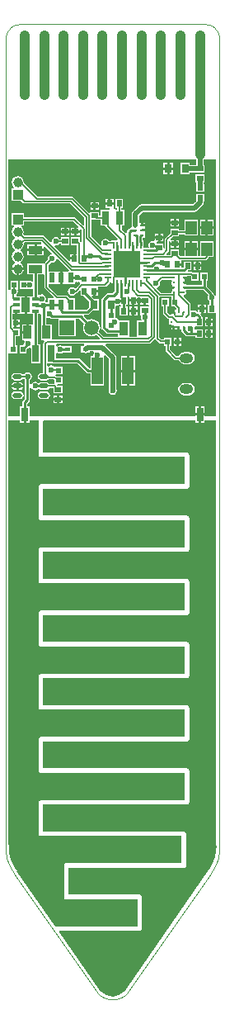
<source format=gtl>
G04*
G04 #@! TF.GenerationSoftware,Altium Limited,Altium Designer,19.1.5 (86)*
G04*
G04 Layer_Physical_Order=1*
G04 Layer_Color=255*
%FSLAX25Y25*%
%MOIN*%
G70*
G01*
G75*
%ADD14C,0.00600*%
%ADD15C,0.00050*%
%ADD44R,0.02756X0.05512*%
%ADD45R,0.01772X0.00984*%
%ADD46R,0.02835X0.03701*%
%ADD47R,0.01968X0.02362*%
%ADD48R,0.11024X0.11024*%
%ADD49R,0.02756X0.01024*%
%ADD50R,0.01024X0.02756*%
%ADD51R,0.02126X0.02520*%
%ADD52R,0.02520X0.02126*%
%ADD53R,0.03543X0.05472*%
%ADD54R,0.02362X0.01968*%
%ADD55C,0.01024*%
%ADD56R,0.01083X0.01083*%
%ADD57R,0.04528X0.05512*%
%ADD58O,0.03937X0.01968*%
%ADD59R,0.04528X0.11024*%
%ADD60R,0.03543X0.05512*%
%ADD61R,0.05512X0.03543*%
%ADD62R,0.02756X0.06693*%
%ADD63R,0.03504X0.06299*%
%ADD64R,0.02756X0.01181*%
%ADD65R,0.02362X0.03937*%
%ADD66R,0.02362X0.01575*%
%ADD67C,0.03937*%
%ADD68C,0.01000*%
%ADD69C,0.02000*%
%ADD70C,0.00500*%
%ADD71C,0.00858*%
%ADD72C,0.03937*%
%ADD73R,0.03937X0.03937*%
%ADD74C,0.05906*%
%ADD75R,0.05906X0.05906*%
%ADD76O,0.05512X0.03937*%
%ADD77C,0.02362*%
G36*
X85327Y284461D02*
X84827Y284310D01*
X84650Y284574D01*
X84197Y284877D01*
Y284894D01*
X84119Y285284D01*
X83898Y285615D01*
X81654Y287860D01*
Y290019D01*
X81953D01*
Y293381D01*
X78984D01*
Y290019D01*
X79615D01*
Y288435D01*
X73253D01*
X73013Y288884D01*
X72069D01*
Y289884D01*
X72951D01*
X72798Y290114D01*
Y290623D01*
X72951Y290853D01*
X72069D01*
Y291853D01*
X73175D01*
X73258Y292001D01*
X73372Y292123D01*
X74955D01*
X75047Y292031D01*
Y290019D01*
X78016D01*
Y293381D01*
X76004D01*
X75870Y293515D01*
X75605Y293692D01*
X75293Y293754D01*
X75293Y293754D01*
X74006D01*
X73753Y294254D01*
X73889Y294440D01*
X75295D01*
Y297960D01*
X72168D01*
Y295882D01*
X71808Y295521D01*
X71031D01*
Y296300D01*
X69468D01*
Y297300D01*
X71031D01*
Y298484D01*
X80900D01*
X80900Y298484D01*
X81212Y298546D01*
X81477Y298723D01*
X82018Y299264D01*
X82018Y299264D01*
X82195Y299529D01*
X82238Y299745D01*
X84205D01*
Y306257D01*
X78677D01*
Y300116D01*
X77905D01*
Y302501D01*
X75142D01*
X72378D01*
Y300116D01*
X70669D01*
X70260Y300525D01*
Y302695D01*
X66740D01*
Y300525D01*
X66731Y300516D01*
X65223D01*
X65031Y300978D01*
X65877Y301823D01*
X65877Y301823D01*
X66054Y302088D01*
X66116Y302400D01*
Y306097D01*
X66240Y306180D01*
X66740Y305913D01*
Y305569D01*
X68000D01*
Y306631D01*
X67141D01*
X66992Y306631D01*
X66785Y307132D01*
X67706Y308053D01*
X67737D01*
X67737Y308053D01*
X67816Y308068D01*
X70260D01*
Y308883D01*
X72378D01*
Y308407D01*
X77905D01*
Y314918D01*
X72378D01*
Y310514D01*
X70260D01*
Y311194D01*
X66740D01*
Y309394D01*
X64723Y307377D01*
X64546Y307112D01*
X64484Y306800D01*
X64484Y306800D01*
Y303191D01*
X64460Y303174D01*
X63960Y303442D01*
Y305194D01*
X61735D01*
X61637Y305214D01*
X61408D01*
X61227Y305537D01*
X61492Y306006D01*
X61700D01*
Y307068D01*
X60440D01*
Y306666D01*
X59940Y306309D01*
X59572Y306382D01*
X58916Y306252D01*
X58360Y305880D01*
X57989Y305324D01*
X57858Y304668D01*
X57989Y304012D01*
X58059Y303907D01*
X57792Y303407D01*
X57013D01*
X56974Y303399D01*
X55761D01*
Y306529D01*
X55562D01*
X55547Y306605D01*
Y307639D01*
X56586D01*
Y309608D01*
Y310100D01*
X55200D01*
Y311100D01*
X56586D01*
Y312069D01*
X55200D01*
Y312568D01*
X54700D01*
Y313561D01*
X54170D01*
Y316508D01*
X55633Y317971D01*
X76500D01*
X77085Y318087D01*
X77581Y318419D01*
X79781Y320619D01*
X80113Y321115D01*
X80229Y321700D01*
Y322247D01*
X80381D01*
Y325216D01*
X78927D01*
X78700Y325261D01*
X78473Y325216D01*
X77019D01*
Y322247D01*
X77019Y322247D01*
X77019D01*
X76724Y321886D01*
X75867Y321029D01*
X55000D01*
X54415Y320913D01*
X53919Y320581D01*
X51560Y318222D01*
X51228Y317726D01*
X51112Y317141D01*
Y312592D01*
X51206Y312120D01*
X50931Y311620D01*
X50900D01*
X50510Y311542D01*
X50179Y311321D01*
X49304Y310446D01*
X49083Y310115D01*
X49006Y309725D01*
Y309601D01*
X48544Y309410D01*
X47116Y310838D01*
Y312344D01*
X48131D01*
Y318856D01*
X46884D01*
Y319640D01*
X47631D01*
Y323160D01*
X44506D01*
Y319640D01*
X45253D01*
Y318856D01*
X44735D01*
X44683Y318983D01*
X44300Y319142D01*
X43698D01*
X43694Y319642D01*
Y320900D01*
X42132D01*
X40569D01*
Y319640D01*
X42297D01*
X42300Y319142D01*
X41917Y318983D01*
X41865Y318856D01*
X38469D01*
Y316484D01*
X37860D01*
Y317994D01*
X34340D01*
Y317767D01*
X33878Y317575D01*
X27577Y323877D01*
X27312Y324054D01*
X27000Y324116D01*
X27000Y324116D01*
X13238D01*
X7490Y329864D01*
X7517Y330000D01*
X7325Y330963D01*
X6780Y331780D01*
X5963Y332325D01*
X5000Y332517D01*
X4037Y332325D01*
X3220Y331780D01*
X2675Y330963D01*
X2483Y330000D01*
X2675Y329037D01*
X3220Y328220D01*
X3597Y327969D01*
X3446Y327468D01*
X2531D01*
Y322532D01*
X6315D01*
X7223Y321623D01*
X7223Y321623D01*
X7488Y321446D01*
X7800Y321384D01*
X7800Y321384D01*
X26162D01*
X31984Y315562D01*
Y312622D01*
X31522Y312431D01*
X28377Y315577D01*
X28112Y315754D01*
X27800Y315816D01*
X27800Y315816D01*
X7468D01*
Y317469D01*
X2531D01*
Y312531D01*
X3446D01*
X3597Y312032D01*
X3220Y311780D01*
X2675Y310963D01*
X2483Y310000D01*
X2675Y309037D01*
X3220Y308220D01*
X3883Y307778D01*
X3897Y307736D01*
Y307263D01*
X3883Y307222D01*
X3220Y306780D01*
X2675Y305963D01*
X2483Y305000D01*
X2675Y304037D01*
X3220Y303220D01*
X3883Y302778D01*
X3897Y302736D01*
Y302263D01*
X3883Y302222D01*
X3220Y301780D01*
X2675Y300963D01*
X2483Y300000D01*
X2675Y299037D01*
X3220Y298220D01*
X3883Y297778D01*
X3897Y297737D01*
Y297264D01*
X3883Y297222D01*
X3220Y296780D01*
X2675Y295963D01*
X2583Y295500D01*
X5000D01*
X7417D01*
X7325Y295963D01*
X6780Y296780D01*
X6117Y297222D01*
X6103Y297264D01*
Y297737D01*
X6117Y297778D01*
X6780Y298220D01*
X7325Y299037D01*
X7517Y300000D01*
X7325Y300963D01*
X6780Y301780D01*
X6117Y302222D01*
X6103Y302263D01*
Y302736D01*
X6117Y302778D01*
X6780Y303220D01*
X7325Y304037D01*
X7517Y305000D01*
X7457Y305302D01*
X7795Y305684D01*
X14333D01*
X14594Y305364D01*
X14397Y304910D01*
X12700D01*
Y303139D01*
X15456D01*
Y303937D01*
X15918Y304129D01*
X18752Y301294D01*
X18587Y300752D01*
X18244Y300684D01*
X17688Y300312D01*
X17316Y299756D01*
X17186Y299100D01*
X17262Y298716D01*
X16023Y297477D01*
X15919Y297321D01*
X15456Y297233D01*
X15451Y297233D01*
X8944D01*
Y292690D01*
X11166D01*
Y290143D01*
X10666Y289876D01*
X10356Y290084D01*
X9700Y290214D01*
X9453Y290165D01*
X8953Y290281D01*
Y290281D01*
X8953Y290281D01*
X5984D01*
Y286919D01*
X8953D01*
X8953Y286919D01*
X9421Y286842D01*
X9700Y286786D01*
X10356Y286916D01*
X10666Y287124D01*
X11166Y286857D01*
Y283986D01*
X8768D01*
Y280337D01*
Y276687D01*
X10308D01*
Y276687D01*
X11198D01*
Y272656D01*
X9461D01*
Y269400D01*
X8961D01*
Y268900D01*
X6690D01*
Y266144D01*
X7552D01*
X7819Y265644D01*
X7608Y265327D01*
X7477Y264671D01*
X7044Y264330D01*
X5684D01*
Y260967D01*
X8653D01*
Y262655D01*
X9029Y262990D01*
X9191Y262957D01*
X9847Y263088D01*
X9932Y263144D01*
X10372Y262908D01*
Y256954D01*
X14128D01*
Y264647D01*
X13238D01*
Y276687D01*
X14064D01*
X14480Y276486D01*
Y272656D01*
X14367D01*
Y266144D01*
X15637D01*
X15829Y265682D01*
X15523Y265377D01*
X15346Y265112D01*
X15284Y264800D01*
X15284Y264800D01*
Y252938D01*
X14577D01*
X13998Y252823D01*
X13507Y252495D01*
X13179Y252004D01*
X13064Y251425D01*
X13179Y250846D01*
X13507Y250355D01*
X13998Y250027D01*
X14577Y249912D01*
X16546D01*
X17125Y250027D01*
X17616Y250355D01*
X17702Y250484D01*
X19254D01*
X19698Y250041D01*
X19698Y248547D01*
X19217Y248500D01*
X17786D01*
X17616Y248755D01*
X17125Y249083D01*
X16546Y249198D01*
X14577D01*
X13998Y249083D01*
X13507Y248755D01*
X13071Y249003D01*
X12674Y249268D01*
X12018Y249399D01*
X11362Y249268D01*
X10806Y248897D01*
X10482Y248412D01*
X10188Y248425D01*
X9982Y248495D01*
Y250134D01*
X10212Y250288D01*
X10584Y250844D01*
X10714Y251500D01*
X10584Y252156D01*
X10212Y252712D01*
X9656Y253084D01*
X9000Y253214D01*
X8344Y253084D01*
X7788Y252712D01*
X7578Y252398D01*
X7051D01*
X6986Y252495D01*
X6495Y252823D01*
X5916Y252938D01*
X3947D01*
X3368Y252823D01*
X2877Y252495D01*
X2549Y252004D01*
X2434Y251425D01*
X2549Y250846D01*
X2877Y250355D01*
X3368Y250027D01*
X3947Y249912D01*
X5916D01*
X6495Y250027D01*
X6986Y250355D01*
X7101Y250527D01*
X7585D01*
X7724Y250383D01*
X7788Y250288D01*
X7869Y250234D01*
X7943Y250158D01*
Y242585D01*
X7153Y241795D01*
X6932Y241464D01*
X6854Y241074D01*
Y239476D01*
X5996D01*
Y235625D01*
X1313D01*
Y260810D01*
X1747Y260967D01*
Y260967D01*
X4716D01*
Y264330D01*
X4231D01*
Y267716D01*
X5781D01*
Y270685D01*
X3572D01*
X3104Y271153D01*
X3311Y271653D01*
X3600D01*
Y273138D01*
Y274622D01*
X2916D01*
Y276687D01*
X3851D01*
Y277778D01*
X4851D01*
Y276687D01*
X6229D01*
Y276687D01*
X7768D01*
Y280337D01*
Y283986D01*
X4611D01*
X4460Y284486D01*
X4612Y284588D01*
X4984Y285144D01*
X5114Y285800D01*
X4991Y286419D01*
X5016Y286919D01*
X5016Y286919D01*
X5016Y286919D01*
Y290281D01*
X2047D01*
Y286919D01*
X2047Y286919D01*
X2047D01*
X1846Y286500D01*
X1816Y286456D01*
X1813Y286437D01*
X1313Y286486D01*
Y339159D01*
X77191D01*
Y336963D01*
X76940D01*
Y336929D01*
X74642D01*
Y337750D01*
X70808D01*
Y333050D01*
X74642D01*
Y333871D01*
X76940D01*
Y333837D01*
X80460D01*
Y336963D01*
X80250D01*
Y339159D01*
X85327D01*
Y284461D01*
D02*
G37*
G36*
X36863Y314853D02*
X36863Y314853D01*
X38469D01*
Y312344D01*
X40167D01*
X40609Y312175D01*
X40672Y311863D01*
X40848Y311598D01*
X45417Y307029D01*
X45210Y306529D01*
X42714D01*
Y306153D01*
X41955D01*
X41690Y306549D01*
X41134Y306921D01*
X40478Y307051D01*
X39822Y306921D01*
X39266Y306549D01*
X38894Y305993D01*
X38764Y305337D01*
X38860Y304857D01*
X38399Y304610D01*
X34716Y308294D01*
Y314868D01*
X36784D01*
X36863Y314853D01*
D02*
G37*
G36*
X29553Y312093D02*
X29362Y311631D01*
X28800D01*
Y310568D01*
X30060D01*
Y310933D01*
X30522Y311125D01*
X30884Y310762D01*
Y305814D01*
X30430Y305676D01*
X30060Y305994D01*
Y307695D01*
X26540D01*
Y304569D01*
X28984D01*
Y300960D01*
X28332D01*
Y299200D01*
X27832D01*
Y298700D01*
X26269D01*
Y298338D01*
X25807Y298147D01*
X19997Y303956D01*
X20244Y304417D01*
X20400Y304386D01*
X21056Y304516D01*
X21612Y304888D01*
X21877Y305284D01*
X22440D01*
Y304569D01*
X25960D01*
Y307695D01*
X22440D01*
Y306916D01*
X21877D01*
X21612Y307312D01*
X21056Y307684D01*
X20400Y307814D01*
X19744Y307684D01*
X19188Y307312D01*
X18816Y306756D01*
X18686Y306100D01*
X18717Y305944D01*
X18256Y305697D01*
X15777Y308177D01*
X15512Y308354D01*
X15200Y308416D01*
X15200Y308416D01*
X7738D01*
X7242Y308912D01*
X7325Y309037D01*
X7517Y310000D01*
X7325Y310963D01*
X6780Y311780D01*
X6403Y312032D01*
X6555Y312531D01*
X7468D01*
Y314184D01*
X27462D01*
X29553Y312093D01*
D02*
G37*
G36*
X25665Y294382D02*
X25458Y293882D01*
X24781D01*
X24659Y293882D01*
X24281D01*
X24159Y293882D01*
X23100D01*
Y291413D01*
Y288945D01*
X24159D01*
X24281Y288945D01*
X24659D01*
X24781Y288945D01*
X28021D01*
Y289593D01*
X28462Y289829D01*
X28542Y289776D01*
X29197Y289645D01*
X29853Y289776D01*
X30194Y289442D01*
X30280Y289063D01*
X30138Y288814D01*
X28416Y287092D01*
X28212Y287112D01*
X27656Y287484D01*
X27000Y287614D01*
X26344Y287484D01*
X25788Y287112D01*
X25416Y286556D01*
X25286Y285900D01*
X25416Y285244D01*
X25788Y284688D01*
X26344Y284316D01*
X27000Y284186D01*
X27656Y284316D01*
X28212Y284688D01*
X28492Y285107D01*
X28689Y285146D01*
X28954Y285323D01*
X29907Y286276D01*
X30369Y286084D01*
Y284240D01*
X31618D01*
X33957Y281901D01*
Y279591D01*
X32785Y278420D01*
X28021D01*
Y283055D01*
X26150D01*
X26036Y283226D01*
X26036Y283226D01*
X25186Y284077D01*
X24921Y284254D01*
X24609Y284316D01*
X24609Y284316D01*
X21038D01*
X17416Y287938D01*
Y288945D01*
X20419D01*
X20541Y288945D01*
X20919D01*
X21041Y288945D01*
X22100D01*
Y291413D01*
Y293882D01*
X21041D01*
X20919Y293882D01*
X20541D01*
X20419Y293882D01*
X17416D01*
Y296562D01*
X18349Y297496D01*
X18900Y297386D01*
X19556Y297516D01*
X20112Y297888D01*
X20484Y298444D01*
X20552Y298787D01*
X21094Y298952D01*
X25665Y294382D01*
D02*
G37*
G36*
X42714Y289448D02*
Y287222D01*
X43226D01*
Y289100D01*
X44226D01*
Y287222D01*
X44280D01*
Y286022D01*
X43378Y285120D01*
X41497D01*
X41107Y285042D01*
X40776Y284821D01*
X39179Y283224D01*
X38958Y282893D01*
X38880Y282503D01*
Y271300D01*
X38958Y270910D01*
X39179Y270579D01*
X40050Y269708D01*
X40079Y269665D01*
X40665Y269079D01*
X40996Y268858D01*
X41386Y268780D01*
X45570D01*
Y267564D01*
X45090Y267516D01*
X39838D01*
X37863Y269490D01*
X37916Y269559D01*
X38264Y270399D01*
X38383Y271300D01*
X38264Y272201D01*
X37916Y273041D01*
X37363Y273762D01*
X36641Y274316D01*
X35801Y274664D01*
X34900Y274782D01*
X33999Y274664D01*
X33277Y274365D01*
X31723Y275919D01*
X31915Y276380D01*
X33208D01*
X33598Y276458D01*
X33929Y276679D01*
X35399Y278150D01*
X37792D01*
Y282850D01*
X35892D01*
X34964Y283778D01*
X35155Y284240D01*
X35368D01*
Y286000D01*
X35868D01*
Y286500D01*
X37431D01*
Y287684D01*
X40145D01*
X40145Y287684D01*
X40457Y287746D01*
X40722Y287923D01*
X42039Y289240D01*
X42039Y289240D01*
X42216Y289505D01*
X42714Y289448D01*
D02*
G37*
G36*
X67264Y290333D02*
X67351Y290037D01*
X67178Y289779D01*
X67100Y289384D01*
X67178Y288989D01*
X67402Y288655D01*
Y288145D01*
X67249Y287916D01*
X68132D01*
Y286916D01*
X67249D01*
X67402Y286686D01*
Y286177D01*
X67178Y285842D01*
X67100Y285447D01*
X66993Y285317D01*
X62937D01*
X61171Y287083D01*
X61335Y287625D01*
X61556Y287669D01*
X62112Y288041D01*
X62484Y288597D01*
X62614Y289253D01*
X62521Y289720D01*
X63338Y290537D01*
X67136D01*
X67264Y290333D01*
D02*
G37*
G36*
X15456Y292690D02*
X15784Y292326D01*
Y287600D01*
X15784Y287600D01*
X15846Y287288D01*
X16023Y287023D01*
X19529Y283517D01*
X19338Y283055D01*
X17179D01*
Y281606D01*
X16421D01*
X16156Y281784D01*
X16061Y282012D01*
X16284Y282344D01*
X16414Y283000D01*
X16284Y283656D01*
X15912Y284212D01*
X15356Y284584D01*
X14700Y284714D01*
X14044Y284584D01*
X13705Y284357D01*
X13205Y284620D01*
Y292690D01*
X15456D01*
D02*
G37*
G36*
X82158Y284472D02*
Y284472D01*
X81854Y284018D01*
X81724Y283362D01*
X81854Y282706D01*
X82226Y282150D01*
X82423Y282018D01*
Y280660D01*
X81884D01*
Y277140D01*
X85010D01*
X85327Y276771D01*
Y235625D01*
X80618D01*
Y235720D01*
X79240D01*
Y232965D01*
X80618D01*
Y233900D01*
X85327D01*
Y62227D01*
X85338Y62172D01*
X85184Y59827D01*
X84715Y57468D01*
X83942Y55190D01*
X82878Y53033D01*
X81987Y51700D01*
X81987Y51700D01*
X81987Y51700D01*
X81992Y51672D01*
X48707Y4136D01*
X48702Y4139D01*
X47976Y3255D01*
X46981Y2438D01*
X45846Y1831D01*
X44614Y1457D01*
X43332Y1331D01*
X42051Y1457D01*
X40819Y1831D01*
X39683Y2438D01*
X38688Y3255D01*
X37962Y4139D01*
X37957Y4136D01*
X21724Y27319D01*
X21955Y27763D01*
X54343D01*
X54692Y27832D01*
X54987Y28030D01*
X55185Y28325D01*
X55254Y28674D01*
Y41426D01*
X55185Y41774D01*
X54987Y42070D01*
X54692Y42268D01*
X54343Y42337D01*
X25521D01*
Y53266D01*
X72201D01*
X72549Y53336D01*
X72845Y53533D01*
X73043Y53829D01*
X73112Y54177D01*
Y66929D01*
X73043Y67278D01*
X72845Y67573D01*
X72549Y67771D01*
X72201Y67840D01*
X15325D01*
Y78770D01*
X73469D01*
X73817Y78839D01*
X74113Y79036D01*
X74310Y79332D01*
X74380Y79681D01*
Y92432D01*
X74310Y92781D01*
X74113Y93077D01*
X73817Y93274D01*
X73469Y93344D01*
X15325D01*
Y104273D01*
X73469D01*
X73817Y104342D01*
X74113Y104540D01*
X74310Y104835D01*
X74380Y105184D01*
Y117936D01*
X74310Y118285D01*
X74113Y118580D01*
X73817Y118778D01*
X73469Y118847D01*
X15325D01*
Y129776D01*
X73469D01*
X73817Y129846D01*
X74113Y130043D01*
X74310Y130339D01*
X74380Y130688D01*
Y143439D01*
X74310Y143788D01*
X74113Y144084D01*
X73817Y144281D01*
X73469Y144351D01*
X15325D01*
Y155280D01*
X73469D01*
X73817Y155349D01*
X74113Y155547D01*
X74310Y155842D01*
X74380Y156191D01*
Y168943D01*
X74310Y169291D01*
X74113Y169587D01*
X73817Y169784D01*
X73469Y169854D01*
X15325D01*
Y180783D01*
X73469D01*
X73817Y180852D01*
X74113Y181050D01*
X74310Y181346D01*
X74380Y181694D01*
Y194446D01*
X74310Y194795D01*
X74113Y195090D01*
X73817Y195288D01*
X73469Y195357D01*
X15325D01*
Y206287D01*
X73469D01*
X73817Y206356D01*
X74113Y206553D01*
X74310Y206849D01*
X74380Y207198D01*
Y219949D01*
X74310Y220298D01*
X74113Y220594D01*
X73817Y220791D01*
X73469Y220861D01*
X15325D01*
Y233400D01*
X15795Y233900D01*
X76862Y233900D01*
Y232965D01*
X78240D01*
Y235720D01*
X76862D01*
Y235625D01*
X9752D01*
Y239476D01*
X8894D01*
Y240652D01*
X9683Y241441D01*
X9904Y241772D01*
X9982Y242162D01*
Y246875D01*
X10188Y246945D01*
X10482Y246958D01*
X10806Y246473D01*
X11362Y246101D01*
X12018Y245971D01*
X12674Y246101D01*
X13071Y246367D01*
X13507Y246615D01*
X13998Y246287D01*
X14577Y246171D01*
X16546D01*
X17125Y246287D01*
X17616Y246615D01*
X17786Y246869D01*
X19540D01*
Y244706D01*
X23060D01*
Y247832D01*
X21112D01*
X20950Y248047D01*
X21199Y248547D01*
X23060D01*
Y251516D01*
X20838D01*
X20477Y251877D01*
X20316Y251984D01*
X20415Y252484D01*
X23060D01*
Y255453D01*
X19782D01*
X19726Y255537D01*
X19170Y255908D01*
X18514Y256039D01*
X17858Y255908D01*
X17416Y255612D01*
X17022Y255752D01*
X16916Y255834D01*
Y256954D01*
X19329D01*
X19428Y256934D01*
X28860D01*
X32715Y253079D01*
X33045Y252858D01*
X33435Y252780D01*
X34435D01*
Y247788D01*
X39963D01*
Y259767D01*
X40348Y260089D01*
X41871Y258566D01*
Y246537D01*
X41816Y246456D01*
X41686Y245800D01*
X41816Y245144D01*
X42188Y244588D01*
X42744Y244216D01*
X43400Y244086D01*
X44056Y244216D01*
X44612Y244588D01*
X44984Y245144D01*
X45114Y245800D01*
X44984Y246456D01*
X44929Y246537D01*
Y259200D01*
X44813Y259785D01*
X44482Y260281D01*
X40479Y264284D01*
X40583Y264665D01*
X40668Y264784D01*
X58300D01*
X58300Y264784D01*
X58612Y264846D01*
X58877Y265023D01*
X60244Y266390D01*
X60823Y266423D01*
X62123Y265123D01*
X62123Y265123D01*
X62388Y264946D01*
X62700Y264884D01*
X62700Y264884D01*
X64147D01*
Y263819D01*
X64884D01*
Y262100D01*
X64884Y262100D01*
X64946Y261788D01*
X65123Y261523D01*
X68224Y258422D01*
X68489Y258246D01*
X68801Y258184D01*
X68801Y258184D01*
X70158D01*
X70187Y258036D01*
X70733Y257220D01*
X71549Y256674D01*
X72513Y256482D01*
X74087D01*
X75051Y256674D01*
X75867Y257220D01*
X76413Y258036D01*
X76604Y258999D01*
X76413Y259962D01*
X75867Y260779D01*
X75051Y261325D01*
X74087Y261516D01*
X72513D01*
X71549Y261325D01*
X70733Y260779D01*
X70187Y259962D01*
X70158Y259815D01*
X69139D01*
X66516Y262438D01*
Y263819D01*
X67116D01*
Y267181D01*
X64147D01*
Y266516D01*
X63038D01*
X62216Y267338D01*
Y283252D01*
X62599Y283685D01*
X62599Y283685D01*
X67316D01*
Y283081D01*
X67084D01*
Y279719D01*
X68553D01*
X69278Y278994D01*
X69269Y278494D01*
X68632D01*
Y277453D01*
X68132D01*
Y276953D01*
X67090D01*
Y276526D01*
X66370D01*
X65447Y277448D01*
Y279719D01*
X66116D01*
Y283081D01*
X63147D01*
Y279719D01*
X63816D01*
Y277111D01*
X63816Y277111D01*
X63878Y276798D01*
X64055Y276534D01*
X65681Y274907D01*
X65681Y274907D01*
X65946Y274731D01*
X66057Y274709D01*
Y272474D01*
X67090D01*
Y272047D01*
X68132D01*
Y271547D01*
X68632D01*
Y270506D01*
X69600D01*
Y271547D01*
X70600D01*
Y270506D01*
X71090D01*
Y270090D01*
X71168Y269700D01*
X71389Y269369D01*
X72679Y268079D01*
X73010Y267858D01*
X73400Y267780D01*
X76768D01*
Y267040D01*
X79895D01*
Y270560D01*
X76936D01*
X76504Y270950D01*
X76514Y271000D01*
X76417Y271486D01*
X76814Y271839D01*
X76818Y271840D01*
X79895D01*
Y275360D01*
X79351D01*
Y275768D01*
X79273Y276159D01*
X79052Y276489D01*
X78864Y276678D01*
X79010Y277032D01*
Y278400D01*
X77947D01*
Y277811D01*
X77447Y277659D01*
X77412Y277712D01*
X76856Y278084D01*
X76200Y278214D01*
X75544Y278084D01*
X75433Y278010D01*
X74933Y278277D01*
Y280598D01*
X74933Y280598D01*
X74871Y280910D01*
X74695Y281175D01*
X71937Y283932D01*
X72006Y284187D01*
X72145Y284431D01*
X72463Y284494D01*
X72798Y284718D01*
X73022Y285052D01*
X73100Y285447D01*
X73022Y285842D01*
X72985Y285896D01*
X73253Y286396D01*
X80234D01*
X82158Y284472D01*
D02*
G37*
G36*
X50255Y283653D02*
Y282819D01*
X51818D01*
X53381D01*
Y283267D01*
X53646Y283484D01*
X54640D01*
Y282668D01*
X56400D01*
Y282169D01*
X56900D01*
Y280606D01*
X57995D01*
X58225Y280200D01*
X57995Y279795D01*
X54640D01*
Y276669D01*
X54640D01*
X54872Y276235D01*
X54816Y276151D01*
X54686Y275496D01*
X54816Y274840D01*
X55019Y274536D01*
X54752Y274036D01*
X53287D01*
Y267564D01*
X52807Y267516D01*
X50594D01*
X50113Y267564D01*
Y274036D01*
X45907D01*
X45884Y274156D01*
X45512Y274712D01*
X44956Y275084D01*
X44381Y275198D01*
Y277653D01*
X44381D01*
X44389Y278150D01*
X44642D01*
Y279929D01*
X45142Y280337D01*
X45400Y280286D01*
X45729Y280351D01*
X45891Y280384D01*
X45891Y280384D01*
X46056Y280416D01*
X46192Y280507D01*
X46362Y280526D01*
X46861Y280146D01*
Y279679D01*
X46318D01*
Y276159D01*
X49444D01*
Y279679D01*
X48901D01*
Y280559D01*
X49444D01*
Y283757D01*
X49820Y283939D01*
X50255Y283653D01*
D02*
G37*
G36*
X17157Y275216D02*
X17813Y275086D01*
X18040Y275131D01*
X18092Y275079D01*
X18422Y274858D01*
X18813Y274780D01*
X20959D01*
X21447Y274753D01*
X21447Y274280D01*
Y267847D01*
X28353D01*
X28353Y274753D01*
X28841Y274780D01*
X29978D01*
X31835Y272923D01*
X31536Y272201D01*
X31418Y271300D01*
X31536Y270399D01*
X31884Y269559D01*
X32438Y268837D01*
X33159Y268284D01*
X33999Y267936D01*
X34900Y267817D01*
X35801Y267936D01*
X36641Y268284D01*
X36710Y268337D01*
X38169Y266878D01*
X37977Y266416D01*
X18910D01*
Y272656D01*
X16520D01*
Y275041D01*
X17020Y275308D01*
X17157Y275216D01*
D02*
G37*
G36*
X31829Y264665D02*
X31933Y264284D01*
X31436Y263787D01*
X30662D01*
Y261213D01*
X31570D01*
X31758Y261087D01*
X32343Y260971D01*
X32929Y261087D01*
X33116Y261213D01*
X34024D01*
Y261771D01*
X35619D01*
X35886Y261271D01*
X35673Y260952D01*
X35543Y260296D01*
X35562Y260198D01*
X35245Y259812D01*
X34435D01*
Y254820D01*
X33858D01*
X30003Y258675D01*
X29672Y258895D01*
X29282Y258973D01*
X20428D01*
Y260977D01*
X20730Y261116D01*
X20928Y261162D01*
X21444Y260816D01*
X22100Y260686D01*
X22756Y260816D01*
X23116Y261057D01*
X23576Y261212D01*
X23576Y261212D01*
X23576Y261212D01*
X26938D01*
Y263787D01*
X23576D01*
X23576Y263787D01*
X23076Y263770D01*
X22756Y263984D01*
X22100Y264114D01*
X21444Y263984D01*
X20928Y263638D01*
X20730Y263684D01*
X20428Y263823D01*
Y264646D01*
X20870Y264784D01*
X31744D01*
X31829Y264665D01*
D02*
G37*
G36*
X8374Y232965D02*
X9752D01*
Y233900D01*
X13444D01*
X13502Y233829D01*
Y219949D01*
X13572Y219601D01*
X13769Y219305D01*
X14065Y219108D01*
X14413Y219038D01*
X72557D01*
Y208109D01*
X14413D01*
X14065Y208039D01*
X13769Y207842D01*
X13572Y207546D01*
X13502Y207198D01*
Y194446D01*
X13572Y194097D01*
X13769Y193802D01*
X14065Y193604D01*
X14413Y193535D01*
X72557D01*
Y182606D01*
X14413D01*
X14065Y182536D01*
X13769Y182339D01*
X13572Y182043D01*
X13502Y181694D01*
Y168943D01*
X13572Y168594D01*
X13769Y168298D01*
X14065Y168101D01*
X14413Y168031D01*
X72557D01*
Y157102D01*
X14413D01*
X14065Y157033D01*
X13769Y156835D01*
X13572Y156540D01*
X13502Y156191D01*
Y143439D01*
X13572Y143091D01*
X13769Y142795D01*
X14065Y142597D01*
X14413Y142528D01*
X72557D01*
Y131599D01*
X14413D01*
X14065Y131529D01*
X13769Y131332D01*
X13572Y131036D01*
X13502Y130688D01*
Y117936D01*
X13572Y117587D01*
X13769Y117292D01*
X14065Y117094D01*
X14413Y117025D01*
X72557D01*
Y106095D01*
X14413D01*
X14065Y106026D01*
X13769Y105828D01*
X13572Y105533D01*
X13502Y105184D01*
Y92432D01*
X13572Y92084D01*
X13769Y91788D01*
X14065Y91591D01*
X14413Y91521D01*
X72557D01*
Y80592D01*
X14413D01*
X14065Y80523D01*
X13769Y80325D01*
X13572Y80029D01*
X13502Y79681D01*
Y66929D01*
X13572Y66580D01*
X13769Y66285D01*
X14065Y66087D01*
X14413Y66018D01*
X71289D01*
Y55089D01*
X24610D01*
X24261Y55019D01*
X23966Y54822D01*
X23768Y54526D01*
X23699Y54177D01*
Y41426D01*
X23768Y41077D01*
X23966Y40781D01*
X24261Y40584D01*
X24610Y40515D01*
X53432D01*
Y29585D01*
X20562D01*
X20213Y29516D01*
X20195Y29503D01*
X4660Y51689D01*
X4677Y51700D01*
X3786Y53033D01*
X2723Y55190D01*
X1949Y57468D01*
X1480Y59827D01*
X1355Y61734D01*
X1338Y62227D01*
D01*
X1338Y62227D01*
X1313Y62716D01*
Y233900D01*
X5996D01*
Y232965D01*
X7374D01*
Y236221D01*
X8374D01*
Y232965D01*
D02*
G37*
%LPC*%
G36*
X67792Y337750D02*
X66375D01*
Y335900D01*
X67792D01*
Y337750D01*
D02*
G37*
G36*
X65375D02*
X63958D01*
Y335900D01*
X65375D01*
Y337750D01*
D02*
G37*
G36*
X67792Y334900D02*
X66375D01*
Y333050D01*
X67792D01*
Y334900D01*
D02*
G37*
G36*
X65375D02*
X63958D01*
Y333050D01*
X65375D01*
Y334900D01*
D02*
G37*
G36*
X80460Y333026D02*
X76940D01*
Y329900D01*
X77171D01*
Y329153D01*
X77019D01*
Y326184D01*
X78473D01*
X78700Y326139D01*
X78927Y326184D01*
X80381D01*
Y329153D01*
X80229D01*
Y329900D01*
X80460D01*
Y333026D01*
D02*
G37*
G36*
X43694Y323160D02*
X42632D01*
Y321900D01*
X43694D01*
Y323160D01*
D02*
G37*
G36*
X41631D02*
X40569D01*
Y321900D01*
X41631D01*
Y323160D01*
D02*
G37*
G36*
X37860Y321932D02*
X36600D01*
Y320868D01*
X37860D01*
Y321932D01*
D02*
G37*
G36*
X35600D02*
X34340D01*
Y320868D01*
X35600D01*
Y321932D01*
D02*
G37*
G36*
X37860Y319868D02*
X36600D01*
Y318806D01*
X37860D01*
Y319868D01*
D02*
G37*
G36*
X35600D02*
X34340D01*
Y318806D01*
X35600D01*
Y319868D01*
D02*
G37*
G36*
X70260Y315131D02*
X69000D01*
Y314069D01*
X70260D01*
Y315131D01*
D02*
G37*
G36*
X68000D02*
X66740D01*
Y314069D01*
X68000D01*
Y315131D01*
D02*
G37*
G36*
X56586Y313561D02*
X55700D01*
Y313069D01*
X56586D01*
Y313561D01*
D02*
G37*
G36*
X84205Y314918D02*
X81941D01*
Y312162D01*
X84205D01*
Y314918D01*
D02*
G37*
G36*
X80941D02*
X78677D01*
Y312162D01*
X80941D01*
Y314918D01*
D02*
G37*
G36*
X70260Y313069D02*
X69000D01*
Y312005D01*
X70260D01*
Y313069D01*
D02*
G37*
G36*
X68000D02*
X66740D01*
Y312005D01*
X68000D01*
Y313069D01*
D02*
G37*
G36*
X84205Y311162D02*
X81941D01*
Y308407D01*
X84205D01*
Y311162D01*
D02*
G37*
G36*
X80941D02*
X78677D01*
Y308407D01*
X80941D01*
Y311162D01*
D02*
G37*
G36*
X63960Y309132D02*
X62700D01*
Y308068D01*
X63960D01*
Y309132D01*
D02*
G37*
G36*
X61700D02*
X60440D01*
Y308068D01*
X61700D01*
Y309132D01*
D02*
G37*
G36*
X63960Y307068D02*
X62700D01*
Y306006D01*
X63960D01*
Y307068D01*
D02*
G37*
G36*
X69000Y306631D02*
Y305569D01*
X70260D01*
Y306631D01*
X69000D01*
D02*
G37*
G36*
X70260Y304569D02*
X69000D01*
Y303505D01*
X70260D01*
Y304569D01*
D02*
G37*
G36*
X68000D02*
X66740D01*
Y303505D01*
X68000D01*
Y304569D01*
D02*
G37*
G36*
X77905Y306257D02*
X75642D01*
Y303501D01*
X77905D01*
Y306257D01*
D02*
G37*
G36*
X74642D02*
X72378D01*
Y303501D01*
X74642D01*
Y306257D01*
D02*
G37*
G36*
X11700Y304910D02*
X8944D01*
Y303139D01*
X11700D01*
Y304910D01*
D02*
G37*
G36*
X15456Y302139D02*
X12700D01*
Y300367D01*
X15456D01*
Y302139D01*
D02*
G37*
G36*
X11700D02*
X8944D01*
Y300367D01*
X11700D01*
Y302139D01*
D02*
G37*
G36*
X79232Y297960D02*
X78168D01*
Y296700D01*
X79232D01*
Y297960D01*
D02*
G37*
G36*
X77169D02*
X76105D01*
Y296700D01*
X77169D01*
Y297960D01*
D02*
G37*
G36*
X79232Y295700D02*
X78168D01*
Y294440D01*
X79232D01*
Y295700D01*
D02*
G37*
G36*
X77169D02*
X76105D01*
Y294440D01*
X77169D01*
Y295700D01*
D02*
G37*
G36*
X7417Y294500D02*
X5500D01*
Y292583D01*
X5963Y292675D01*
X6780Y293220D01*
X7325Y294037D01*
X7417Y294500D01*
D02*
G37*
G36*
X4500D02*
X2583D01*
X2675Y294037D01*
X3220Y293220D01*
X4037Y292675D01*
X4500Y292583D01*
Y294500D01*
D02*
G37*
G36*
X5781Y274622D02*
X4600D01*
Y273638D01*
X5781D01*
Y274622D01*
D02*
G37*
G36*
Y272638D02*
X4600D01*
Y271653D01*
X5781D01*
Y272638D01*
D02*
G37*
G36*
X8461Y272656D02*
X6690D01*
Y269900D01*
X8461D01*
Y272656D01*
D02*
G37*
G36*
X5916Y249198D02*
X5432D01*
Y248185D01*
X7330D01*
X7314Y248264D01*
X6986Y248755D01*
X6495Y249083D01*
X5916Y249198D01*
D02*
G37*
G36*
X4431D02*
X3947D01*
X3368Y249083D01*
X2877Y248755D01*
X2549Y248264D01*
X2533Y248185D01*
X4431D01*
Y249198D01*
D02*
G37*
G36*
X7330Y247185D02*
X5432D01*
Y246171D01*
X5916D01*
X6495Y246287D01*
X6986Y246615D01*
X7314Y247106D01*
X7330Y247185D01*
D02*
G37*
G36*
X4431D02*
X2533D01*
X2549Y247106D01*
X2877Y246615D01*
X3368Y246287D01*
X3947Y246171D01*
X4431D01*
Y247185D01*
D02*
G37*
G36*
X5916Y245458D02*
X3947D01*
X3368Y245343D01*
X2877Y245015D01*
X2549Y244524D01*
X2434Y243945D01*
X2549Y243366D01*
X2877Y242875D01*
X3368Y242547D01*
X3947Y242431D01*
X5916D01*
X6495Y242547D01*
X6986Y242875D01*
X7314Y243366D01*
X7429Y243945D01*
X7314Y244524D01*
X6986Y245015D01*
X6495Y245343D01*
X5916Y245458D01*
D02*
G37*
G36*
X25960Y311631D02*
X24700D01*
Y310568D01*
X25960D01*
Y311631D01*
D02*
G37*
G36*
X23700D02*
X22440D01*
Y310568D01*
X23700D01*
Y311631D01*
D02*
G37*
G36*
X27800D02*
X26540D01*
Y310568D01*
X27800D01*
Y311631D01*
D02*
G37*
G36*
X30060Y309569D02*
X28800D01*
Y308506D01*
X30060D01*
Y309569D01*
D02*
G37*
G36*
X27800D02*
X26540D01*
Y308506D01*
X27800D01*
Y309569D01*
D02*
G37*
G36*
X25960Y309569D02*
X24700D01*
Y308506D01*
X25960D01*
Y309569D01*
D02*
G37*
G36*
X23700D02*
X22440D01*
Y308506D01*
X23700D01*
Y309569D01*
D02*
G37*
G36*
X27332Y300960D02*
X26269D01*
Y299700D01*
X27332D01*
Y300960D01*
D02*
G37*
G36*
X37431Y285500D02*
X36369D01*
Y284240D01*
X37431D01*
Y285500D01*
D02*
G37*
G36*
X81073Y280660D02*
X80010D01*
Y279400D01*
X81073D01*
Y280660D01*
D02*
G37*
G36*
X79010D02*
X77947D01*
Y279400D01*
X79010D01*
Y280660D01*
D02*
G37*
G36*
X67632Y278494D02*
X67090D01*
Y277953D01*
X67632D01*
Y278494D01*
D02*
G37*
G36*
X81073Y278400D02*
X80010D01*
Y277140D01*
X81073D01*
Y278400D01*
D02*
G37*
G36*
X83832Y275360D02*
X82768D01*
Y274100D01*
X83832D01*
Y275360D01*
D02*
G37*
G36*
X81769D02*
X80705D01*
Y274100D01*
X81769D01*
Y275360D01*
D02*
G37*
G36*
X83832Y273100D02*
X82768D01*
Y271840D01*
X83832D01*
Y273100D01*
D02*
G37*
G36*
X81769D02*
X80705D01*
Y271840D01*
X81769D01*
Y273100D01*
D02*
G37*
G36*
X67632Y271047D02*
X67090D01*
Y270506D01*
X67632D01*
Y271047D01*
D02*
G37*
G36*
X83832Y270560D02*
X82768D01*
Y269300D01*
X83832D01*
Y270560D01*
D02*
G37*
G36*
X81769D02*
X80705D01*
Y269300D01*
X81769D01*
Y270560D01*
D02*
G37*
G36*
X83832Y268300D02*
X82768D01*
Y267040D01*
X83832D01*
Y268300D01*
D02*
G37*
G36*
X81769D02*
X80705D01*
Y267040D01*
X81769D01*
Y268300D01*
D02*
G37*
G36*
X71053Y267181D02*
X70069D01*
Y266000D01*
X71053D01*
Y267181D01*
D02*
G37*
G36*
X69068D02*
X68084D01*
Y266000D01*
X69068D01*
Y267181D01*
D02*
G37*
G36*
X71053Y265000D02*
X70069D01*
Y263819D01*
X71053D01*
Y265000D01*
D02*
G37*
G36*
X69068D02*
X68084D01*
Y263819D01*
X69068D01*
Y265000D01*
D02*
G37*
G36*
X52365Y259812D02*
X50101D01*
Y254300D01*
X52365D01*
Y259812D01*
D02*
G37*
G36*
X49101D02*
X46837D01*
Y254300D01*
X49101D01*
Y259812D01*
D02*
G37*
G36*
X52365Y253300D02*
X50101D01*
Y247788D01*
X52365D01*
Y253300D01*
D02*
G37*
G36*
X49101D02*
X46837D01*
Y247788D01*
X49101D01*
Y253300D01*
D02*
G37*
G36*
X74087Y248918D02*
X72513D01*
X71549Y248726D01*
X70733Y248181D01*
X70187Y247364D01*
X69996Y246401D01*
X70187Y245438D01*
X70733Y244621D01*
X71549Y244075D01*
X72513Y243884D01*
X74087D01*
X75051Y244075D01*
X75867Y244621D01*
X76413Y245438D01*
X76604Y246401D01*
X76413Y247364D01*
X75867Y248181D01*
X75051Y248726D01*
X74087Y248918D01*
D02*
G37*
G36*
X23060Y243895D02*
X21800D01*
Y242831D01*
X23060D01*
Y243895D01*
D02*
G37*
G36*
X20800D02*
X19540D01*
Y242831D01*
X20800D01*
Y243895D01*
D02*
G37*
G36*
X16546Y245458D02*
X14577D01*
X13998Y245343D01*
X13507Y245015D01*
X13179Y244524D01*
X13064Y243945D01*
X13179Y243366D01*
X13507Y242875D01*
X13998Y242547D01*
X14577Y242431D01*
X16546D01*
X17125Y242547D01*
X17616Y242875D01*
X17944Y243366D01*
X18059Y243945D01*
X17944Y244524D01*
X17616Y245015D01*
X17125Y245343D01*
X16546Y245458D01*
D02*
G37*
G36*
X23060Y241831D02*
X21800D01*
Y240769D01*
X23060D01*
Y241831D01*
D02*
G37*
G36*
X20800D02*
X19540D01*
Y240769D01*
X20800D01*
Y241831D01*
D02*
G37*
G36*
X80618Y239476D02*
X79240D01*
Y236720D01*
X80618D01*
Y239476D01*
D02*
G37*
G36*
X78240D02*
X76862D01*
Y236720D01*
X78240D01*
Y239476D01*
D02*
G37*
G36*
X55900Y281668D02*
X54640D01*
Y280606D01*
X55900D01*
Y281668D01*
D02*
G37*
G36*
X53381Y281819D02*
X52318D01*
Y280559D01*
X53381D01*
Y281819D01*
D02*
G37*
G36*
X51318D02*
X50255D01*
Y280559D01*
X51318D01*
Y281819D01*
D02*
G37*
G36*
X53381Y279679D02*
X52318D01*
Y278419D01*
X53381D01*
Y279679D01*
D02*
G37*
G36*
X51318D02*
X50255D01*
Y278419D01*
X51318D01*
Y279679D01*
D02*
G37*
G36*
X53381Y277419D02*
X52318D01*
Y276159D01*
X53381D01*
Y277419D01*
D02*
G37*
G36*
X51318D02*
X50255D01*
Y276159D01*
X51318D01*
Y277419D01*
D02*
G37*
%LPD*%
D14*
X12900Y323300D02*
X27000D01*
X6300Y329900D02*
X12900Y323300D01*
X5100Y329900D02*
X6300D01*
X4969Y251462D02*
X8962D01*
X7468Y288600D02*
X9700D01*
X3000Y288069D02*
X3400Y287668D01*
X9700Y288500D02*
Y288600D01*
X73178Y309699D02*
X75142Y311663D01*
X68567Y309699D02*
X73178D01*
X68500Y309631D02*
X68567Y309699D01*
X65300Y306800D02*
X67369Y308869D01*
X65300Y302400D02*
Y306800D01*
X63713Y300813D02*
X65300Y302400D01*
X57013Y300813D02*
X63713D01*
X67369Y308869D02*
X67737D01*
X68500Y309631D01*
X67068Y299700D02*
X68500Y301132D01*
X60000Y299700D02*
X67068D01*
X59538Y299238D02*
X60000Y299700D01*
X57013Y299238D02*
X59538D01*
X80900Y299300D02*
X81441Y299841D01*
X70332Y299300D02*
X80900D01*
X68500Y301132D02*
X70332Y299300D01*
X81441Y299841D02*
Y303001D01*
X70100Y285415D02*
Y292923D01*
Y284616D02*
Y285415D01*
Y284616D02*
X74118Y280598D01*
Y276500D02*
Y280598D01*
X70100Y285415D02*
X70132Y285447D01*
X72069D01*
X7800Y322200D02*
X26500D01*
X5000Y325000D02*
X7800Y322200D01*
X27000Y323300D02*
X33900Y316400D01*
Y307956D02*
Y316400D01*
X32800Y307500D02*
Y315900D01*
X26500Y322200D02*
X32800Y315900D01*
X31700Y299269D02*
Y311100D01*
X27800Y315000D02*
X31700Y311100D01*
X5000Y315000D02*
X27800D01*
X5000Y330000D02*
X5100Y329900D01*
X63000Y291353D02*
X68132D01*
X60900Y289253D02*
X63000Y291353D01*
X44165Y273500D02*
X44300D01*
X42897Y272232D02*
X44165Y273500D01*
X42700Y272232D02*
X42897D01*
X66800Y278700D02*
X66884D01*
X68132Y277453D01*
X65500Y271500D02*
X65524Y271524D01*
X68108D01*
X68132Y271547D01*
X69569Y265500D02*
X69700Y265632D01*
Y268500D01*
X68132Y271547D02*
X70100D01*
X71827Y276427D02*
Y277211D01*
X71400Y276000D02*
X71827Y276427D01*
X68796Y276000D02*
X71400D01*
X71827Y277211D02*
X72069Y277453D01*
X68373Y276424D02*
X68796Y276000D01*
X68373Y276424D02*
Y277211D01*
X68132Y277453D02*
X68373Y277211D01*
X54030Y282169D02*
X56400D01*
X51968D02*
X54030D01*
X69336Y273516D02*
X73102D01*
X67368Y275484D02*
X69336Y273516D01*
X67098Y275484D02*
X67368D01*
X78247Y273516D02*
X78332Y273600D01*
X73102Y273516D02*
X78247D01*
X66258Y275484D02*
X67098D01*
X64631Y277111D02*
X66258Y275484D01*
X64631Y277111D02*
Y281400D01*
X70100Y277453D02*
Y279326D01*
X68568Y280857D02*
X70100Y279326D01*
X68568Y280857D02*
Y281000D01*
X68132Y284501D02*
Y285447D01*
Y281240D02*
Y284501D01*
X68050Y285366D02*
X68132Y285447D01*
X62599Y284501D02*
X68132D01*
X57013Y290087D02*
X62599Y284501D01*
X70085Y292939D02*
X75293D01*
X57013D02*
X70085D01*
X70100Y292923D01*
X75293Y292939D02*
X75650Y292581D01*
X75847D01*
X76531Y291897D01*
Y291700D02*
Y291897D01*
X16600Y296900D02*
X18800Y299100D01*
X16600Y287600D02*
Y296900D01*
Y287600D02*
X20700Y283500D01*
X24609D02*
X25459Y282650D01*
X20700Y283500D02*
X24609D01*
X25459Y281468D02*
Y282650D01*
X3273Y283186D02*
Y285673D01*
X3400Y285800D01*
Y287668D01*
X3273Y283186D02*
X3564Y282896D01*
X2800Y280300D02*
X4314D01*
X4351Y280337D01*
X2100Y279600D02*
X2800Y280300D01*
X2100Y271004D02*
Y279600D01*
Y271004D02*
X3903Y269201D01*
X4100D01*
X3416Y268516D02*
X4100Y269201D01*
X3416Y262833D02*
Y268516D01*
X3232Y262649D02*
X3416Y262833D01*
X51818Y277919D02*
Y282319D01*
X51968Y282169D01*
X65632Y265500D02*
X65700Y265431D01*
Y262100D02*
Y265431D01*
Y262100D02*
X68801Y258999D01*
X73300D01*
X29800Y297577D02*
Y305097D01*
Y297577D02*
X30277Y297100D01*
X29162Y305735D02*
X29800Y305097D01*
X28300Y305735D02*
X29162D01*
X28300Y305931D02*
X28497D01*
X28300Y305735D02*
X28497Y305931D01*
X33900Y307956D02*
X39256Y302599D01*
X32800Y307500D02*
X39276Y301024D01*
X31700Y299269D02*
X31769Y299200D01*
X20400Y306100D02*
X24169D01*
X24200Y306132D01*
X36100Y316431D02*
X36863Y315669D01*
X40279D01*
X40347Y315600D01*
X46069Y315784D02*
X46253Y315600D01*
X46069Y315784D02*
Y321400D01*
X46253Y315600D02*
X46300Y315553D01*
Y310500D02*
Y315553D01*
X41425Y312175D02*
Y314522D01*
X40347Y315600D02*
X41425Y314522D01*
X40478Y305337D02*
X43514D01*
X43726Y305125D01*
Y304651D02*
Y305125D01*
X18800Y299100D02*
X18900D01*
X25459Y281468D02*
X26340Y280587D01*
X27000Y285900D02*
X28377D01*
X30977Y288500D01*
X40145D01*
X25207Y262450D02*
X25257Y262500D01*
X4932Y251425D02*
X4969Y251462D01*
X18514Y254325D02*
X21023D01*
X21379Y253969D01*
X20484Y250716D02*
X20695D01*
X19900Y251300D02*
X20484Y250716D01*
X17041Y251300D02*
X19900D01*
X16916Y251425D02*
X17041Y251300D01*
X15561Y251425D02*
X16916D01*
X20695Y250716D02*
X21379Y250031D01*
X16100Y251963D02*
Y264800D01*
X15561Y251425D02*
X16100Y251963D01*
Y264800D02*
X16900Y265600D01*
X35790Y290900D02*
X35890Y290800D01*
X38100D01*
X41462Y289817D02*
Y291364D01*
X40145Y288500D02*
X41462Y289817D01*
X36671Y291781D02*
X37828Y292939D01*
X15200Y307600D02*
X26800Y296000D01*
X7400Y307600D02*
X15200D01*
X5000Y310000D02*
X7400Y307600D01*
X14700Y306500D02*
X26687Y294513D01*
X7403Y306500D02*
X14700D01*
X5903Y305000D02*
X7403Y306500D01*
X26687Y294513D02*
X41462D01*
X5000Y305000D02*
X5903D01*
X26800Y296000D02*
X41374D01*
X41462Y296088D01*
X39363Y297663D02*
X41462D01*
X38800Y297100D02*
X39363Y297663D01*
X30277Y297100D02*
X38800D01*
X3000Y288069D02*
X3531Y288600D01*
X3564Y282896D02*
X4351D01*
X19884Y247685D02*
X21300Y246269D01*
X15561Y247685D02*
X19884D01*
X37828Y292939D02*
X41462D01*
X36474Y291781D02*
X36671D01*
X35790Y291097D02*
X36474Y291781D01*
X35790Y290900D02*
Y291097D01*
X57013Y290087D02*
Y291364D01*
X65431Y265700D02*
X65632Y265500D01*
X62700Y265700D02*
X65431D01*
X3531Y288600D02*
Y288797D01*
X61400Y267000D02*
X62700Y265700D01*
X61400Y267000D02*
Y283900D01*
X73102Y275484D02*
X74118Y276500D01*
X56200Y289100D02*
X61400Y283900D01*
X54750Y289100D02*
X56200D01*
X60300Y267600D02*
Y283400D01*
X58200Y285500D02*
X60300Y283400D01*
X54100Y285500D02*
X58200D01*
X59100Y268000D02*
Y283000D01*
X57800Y284300D02*
X59100Y283000D01*
X53646Y284300D02*
X57800D01*
Y266700D02*
X59100Y268000D01*
X39500Y266700D02*
X57800D01*
X34900Y271300D02*
X39500Y266700D01*
X53175Y286425D02*
X54100Y285500D01*
X21379Y250031D02*
X21576D01*
X16900Y265600D02*
X58300D01*
X60300Y267600D01*
X53175Y286425D02*
Y289100D01*
X51600Y286346D02*
X53646Y284300D01*
X51600Y286346D02*
Y289100D01*
X49200Y285700D02*
Y286177D01*
X49845Y286822D01*
Y288920D01*
X50025Y289100D01*
X46300Y310500D02*
X48450Y308350D01*
Y304651D02*
Y308350D01*
X41425Y312175D02*
X46671Y306929D01*
Y304856D02*
Y306929D01*
Y304856D02*
X46876Y304651D01*
X39256Y302599D02*
X41250D01*
X41462Y302387D01*
X39276Y301024D02*
X41250D01*
X41462Y300813D01*
D15*
X83079Y50936D02*
X83633Y51771D01*
X84143Y52633D01*
X84609Y53520D01*
X85029Y54430D01*
X85403Y55360D01*
X85728Y56307D01*
X86005Y57270D01*
X86233Y58246D01*
X86410Y59232D01*
X86537Y60226D01*
X86614Y61225D01*
X86639Y62227D01*
X36882Y3383D02*
X37511Y2596D01*
X38236Y1897D01*
X39044Y1295D01*
X39922Y802D01*
X40855Y425D01*
X41830Y170D01*
X42829Y41D01*
X43836D01*
X44835Y170D01*
X45809Y425D01*
X46743Y802D01*
X47621Y1295D01*
X48428Y1897D01*
X49153Y2596D01*
X49782Y3383D01*
X25Y62227D02*
X51Y61225D01*
X127Y60226D01*
X254Y59232D01*
X432Y58246D01*
X659Y57270D01*
X936Y56307D01*
X1262Y55360D01*
X1635Y54430D01*
X2055Y53520D01*
X2521Y52633D01*
X3031Y51771D01*
X3585Y50936D01*
X5931Y393726D02*
X4905Y393636D01*
X3911Y393370D01*
X2978Y392935D01*
X2135Y392344D01*
X1407Y391616D01*
X816Y390773D01*
X381Y389840D01*
X115Y388846D01*
X25Y387820D01*
X86639Y387820D02*
X86550Y388846D01*
X86283Y389840D01*
X85848Y390773D01*
X85258Y391616D01*
X84530Y392344D01*
X83686Y392935D01*
X82753Y393370D01*
X81759Y393636D01*
X80734Y393726D01*
X86639Y62227D02*
Y387820D01*
X49782Y3383D02*
X83079Y50936D01*
X3585D02*
X36882Y3383D01*
X25Y62227D02*
Y387820D01*
X5931Y393726D02*
X80734D01*
D44*
X7874Y236221D02*
D03*
X78740D02*
D03*
X40347Y315600D02*
D03*
X46253D02*
D03*
D45*
X55200Y312568D02*
D03*
Y308631D02*
D03*
Y310600D02*
D03*
X52641D02*
D03*
Y308631D02*
D03*
Y312568D02*
D03*
D46*
X72725Y335400D02*
D03*
X65875D02*
D03*
X35875Y280500D02*
D03*
X42725D02*
D03*
D47*
X64631Y281400D02*
D03*
X68568D02*
D03*
X80468Y291700D02*
D03*
X76531D02*
D03*
X31853Y290900D02*
D03*
X35790D02*
D03*
X3232Y262649D02*
D03*
X7169D02*
D03*
X3531Y288600D02*
D03*
X7468D02*
D03*
X65632Y265500D02*
D03*
X69569D02*
D03*
D48*
X49238Y296876D02*
D03*
D49*
X57013Y302387D02*
D03*
Y300813D02*
D03*
Y299238D02*
D03*
Y297663D02*
D03*
Y296088D02*
D03*
Y294513D02*
D03*
Y292939D02*
D03*
Y291364D02*
D03*
X41462D02*
D03*
Y292939D02*
D03*
Y294513D02*
D03*
Y296088D02*
D03*
Y297663D02*
D03*
Y299238D02*
D03*
Y300813D02*
D03*
Y302387D02*
D03*
D50*
X54750Y289100D02*
D03*
X53175D02*
D03*
X51600D02*
D03*
X50025D02*
D03*
X48450D02*
D03*
X46876D02*
D03*
X45301D02*
D03*
X43726D02*
D03*
Y304651D02*
D03*
X45301D02*
D03*
X46876D02*
D03*
X48450D02*
D03*
X50025D02*
D03*
X51600D02*
D03*
X53175D02*
D03*
X54750D02*
D03*
D51*
X31769Y299200D02*
D03*
X27832D02*
D03*
X82269Y268800D02*
D03*
X78332D02*
D03*
X82269Y273600D02*
D03*
X78332D02*
D03*
X51818Y282319D02*
D03*
X47881D02*
D03*
X51818Y277919D02*
D03*
X47881D02*
D03*
X69468Y296800D02*
D03*
X65531D02*
D03*
X77668Y296200D02*
D03*
X73731D02*
D03*
X83447Y278900D02*
D03*
X79510D02*
D03*
X42132Y321400D02*
D03*
X46069D02*
D03*
X35868Y286000D02*
D03*
X31931D02*
D03*
D52*
X28300Y306132D02*
D03*
Y310068D02*
D03*
X56400Y282169D02*
D03*
Y278232D02*
D03*
X62200Y307569D02*
D03*
Y303631D02*
D03*
X24200Y306132D02*
D03*
Y310068D02*
D03*
X68500Y313568D02*
D03*
Y309631D02*
D03*
Y305068D02*
D03*
Y301132D02*
D03*
X21300Y242332D02*
D03*
Y246269D02*
D03*
X36100Y320369D02*
D03*
Y316431D02*
D03*
X78700Y335400D02*
D03*
Y331463D02*
D03*
D53*
X55558Y270800D02*
D03*
X47842D02*
D03*
D54*
X42700Y272232D02*
D03*
Y276168D02*
D03*
X21379Y253969D02*
D03*
Y250031D02*
D03*
X4100Y273138D02*
D03*
Y269201D02*
D03*
X78700Y327668D02*
D03*
Y323731D02*
D03*
D55*
X68132Y291353D02*
D03*
X72069D02*
D03*
X68132Y289384D02*
D03*
X72069D02*
D03*
X68132Y287416D02*
D03*
X72069D02*
D03*
X68132Y285447D02*
D03*
X72069D02*
D03*
D56*
Y277453D02*
D03*
X73102Y275484D02*
D03*
Y273516D02*
D03*
X72069Y271547D02*
D03*
X70100Y277453D02*
D03*
Y271547D02*
D03*
X68132Y277453D02*
D03*
X67098Y275484D02*
D03*
Y273516D02*
D03*
X68132Y271547D02*
D03*
D57*
X75142Y303001D02*
D03*
X81441D02*
D03*
X75142Y311663D02*
D03*
X81441D02*
D03*
D58*
X15561Y243945D02*
D03*
Y247685D02*
D03*
Y251425D02*
D03*
X4932Y243945D02*
D03*
Y247685D02*
D03*
Y251425D02*
D03*
D59*
X37199Y253800D02*
D03*
X49601D02*
D03*
D60*
X16639Y269400D02*
D03*
X8961D02*
D03*
D61*
X12200Y294961D02*
D03*
Y302639D02*
D03*
D62*
X12250Y260800D02*
D03*
X18550D02*
D03*
D63*
X8269Y280337D02*
D03*
D64*
X4351Y282896D02*
D03*
Y280337D02*
D03*
Y277778D02*
D03*
X12186Y282896D02*
D03*
Y280337D02*
D03*
Y277778D02*
D03*
D65*
X26340Y280587D02*
D03*
X18860D02*
D03*
Y291413D02*
D03*
X22600D02*
D03*
X26340D02*
D03*
X22600Y280587D02*
D03*
D66*
X25257Y262500D02*
D03*
X32343Y262500D02*
D03*
D67*
X78700Y341200D02*
D03*
X5000Y310000D02*
D03*
Y305000D02*
D03*
Y300000D02*
D03*
Y295000D02*
D03*
Y330000D02*
D03*
D68*
X57025Y294502D02*
X72230D01*
X31795Y299226D02*
X31820Y299200D01*
X38862Y299238D02*
X41462D01*
X37900Y300200D02*
X38862Y299238D01*
X34500Y300200D02*
X37900D01*
X8962Y242162D02*
Y251462D01*
X7874Y241074D02*
X8962Y242162D01*
X7874Y236221D02*
Y241074D01*
X15500Y280337D02*
X15929D01*
X31931Y285368D02*
X36337Y280963D01*
X15500Y280200D02*
Y280337D01*
Y270539D02*
Y280200D01*
X80613Y287416D02*
X80634Y287437D01*
X72069Y287416D02*
X80613D01*
X47072Y299041D02*
X49238Y296876D01*
X45301Y300813D02*
X47072Y299041D01*
X45301Y300813D02*
Y304651D01*
X51403Y297663D02*
X57013D01*
X51403Y299041D02*
X51600Y299238D01*
X49238Y296876D02*
X51403Y299041D01*
X51600Y299238D02*
Y304651D01*
X47072Y294710D02*
X48450Y293332D01*
Y289100D02*
Y293332D01*
X83443Y283348D02*
X83447Y283353D01*
X80634Y287437D02*
Y291534D01*
X80468Y291700D02*
X80634Y291534D01*
X83177Y283623D02*
X83438Y283362D01*
X83177Y283623D02*
Y284894D01*
X80634Y287437D02*
X83177Y284894D01*
X83443Y278905D02*
Y283348D01*
Y278905D02*
X83447Y278900D01*
X83438Y283362D02*
X83447Y283353D01*
X12186Y282896D02*
Y295338D01*
X14648Y282948D02*
X14700Y283000D01*
X12238Y282948D02*
X14648D01*
X12186Y282896D02*
X12238Y282948D01*
X37257Y253944D02*
X37300Y253901D01*
X18813Y275800D02*
X30400D01*
X17813Y276800D02*
X18813Y275800D01*
X30400D02*
X34900Y271300D01*
X23300Y277400D02*
X33208D01*
X22600Y278100D02*
X23300Y277400D01*
X33208D02*
X35875Y280067D01*
X12323Y280200D02*
X15500D01*
X12186Y280337D02*
X12323Y280200D01*
X15500Y270539D02*
X16639Y269400D01*
X7169Y262649D02*
X9191Y264671D01*
X16639Y269400D02*
Y270091D01*
X41497Y284100D02*
X43800D01*
X39900Y282503D02*
X41497Y284100D01*
X39900Y271300D02*
Y282503D01*
X45300Y285600D02*
Y289099D01*
X43800Y284100D02*
X45300Y285600D01*
X45250Y281850D02*
X45400Y282000D01*
X43643Y281850D02*
X45250D01*
X42725Y280933D02*
X43643Y281850D01*
X42725Y280500D02*
Y280933D01*
X45400Y282000D02*
X45559Y282159D01*
X47722D01*
X47881Y282319D01*
X45300Y289099D02*
X45301Y289100D01*
X39900Y271300D02*
X40800Y270400D01*
Y270386D02*
Y270400D01*
Y270386D02*
X41386Y269800D01*
X46842D01*
X47842Y270800D01*
X42700Y276168D02*
X42713Y276181D01*
Y280487D01*
X42725Y280500D01*
X47881Y277919D02*
Y282319D01*
X29197Y291359D02*
X29427Y291130D01*
X31623D01*
X31853Y290900D01*
X35875Y280500D02*
X36337Y280963D01*
X31931Y285368D02*
Y286000D01*
X35875Y280067D02*
Y280500D01*
X22600Y278100D02*
Y280587D01*
X18860D02*
X22600D01*
X15929Y280337D02*
X16179Y280587D01*
X18860D01*
X37257Y253944D02*
Y260296D01*
X37199Y253800D02*
X37300Y253901D01*
X22100Y262400D02*
X22150Y262450D01*
X25207D01*
X29282Y257954D02*
X33435Y253800D01*
X19428Y257954D02*
X29282D01*
X18550Y258832D02*
X19428Y257954D01*
X18550Y258832D02*
Y260800D01*
X33435Y253800D02*
X37199D01*
X12186Y277778D02*
X12218Y277745D01*
Y260832D02*
Y277745D01*
Y260832D02*
X12250Y260800D01*
X32820Y300200D02*
X34500D01*
X31820Y299200D02*
X32820Y300200D01*
X12186Y295338D02*
X12709Y295861D01*
X12018Y247685D02*
X15561D01*
X57013Y294513D02*
X57025Y294502D01*
X72230D02*
X73731Y296003D01*
X60336Y297389D02*
X63600D01*
X59047Y296100D02*
X60336Y297389D01*
X57025Y296100D02*
X59047D01*
X63600Y296850D02*
Y297389D01*
Y296850D02*
X63625Y296825D01*
X65506D01*
X77600Y276500D02*
X78332Y275768D01*
X76200Y276500D02*
X77600D01*
X78332Y273600D02*
Y275768D01*
X75061Y268800D02*
X78332D01*
X73400D02*
X75061D01*
Y270739D01*
X72110Y270090D02*
X73400Y268800D01*
X72110Y270090D02*
Y271506D01*
X72069Y271547D02*
X72110Y271506D01*
X74800Y271000D02*
X75061Y270739D01*
X26394Y291359D02*
X29197D01*
X26340Y291413D02*
X26394Y291359D01*
X46876Y283521D02*
Y289100D01*
X47881Y282319D02*
Y282516D01*
X46876Y283521D02*
X47881Y282516D01*
X47842Y270800D02*
Y271765D01*
X50900Y310600D02*
X52464D01*
X50025Y309725D02*
X50900Y310600D01*
X50025Y304651D02*
Y309725D01*
X31769Y299200D02*
X31795Y299226D01*
X56400Y275496D02*
Y278232D01*
Y271642D02*
Y275496D01*
X73731Y296003D02*
Y296200D01*
X65506Y296825D02*
X65531Y296800D01*
X57013Y296088D02*
X57025Y296100D01*
X60415Y304194D02*
X61637D01*
X62200Y303631D01*
X60956Y302387D02*
X62200Y303631D01*
X57013Y302387D02*
X60956D01*
X55558Y270800D02*
X56400Y271642D01*
D69*
X78720Y340531D02*
X78740Y340551D01*
X78720Y335420D02*
Y340531D01*
X43400Y245800D02*
Y259200D01*
X39300Y263300D02*
X43400Y259200D01*
X33112Y263300D02*
X39300D01*
X32343Y262531D02*
X33112Y263300D01*
X32343Y262500D02*
Y262531D01*
X78700Y335400D02*
X78720Y335420D01*
X72725Y335400D02*
X78700D01*
Y327668D02*
Y331463D01*
X55000Y319500D02*
X76500D01*
X52641Y317141D02*
X55000Y319500D01*
X52641Y312592D02*
Y317141D01*
X78700Y321700D02*
Y323731D01*
X76500Y319500D02*
X78700Y321700D01*
D70*
X43976Y291614D02*
X47072Y294710D01*
X43976Y289350D02*
Y291614D01*
X43726Y289100D02*
X43976Y289350D01*
D71*
X53175Y304651D02*
X53241Y304718D01*
Y308066D01*
X53098Y308209D02*
X53241Y308066D01*
X53098Y308209D02*
Y308568D01*
X53035Y308631D02*
X53098Y308568D01*
X52641Y308631D02*
X53035D01*
X54667Y304734D02*
X54750Y304651D01*
X54667Y304734D02*
Y305766D01*
X54616Y305817D02*
X54667Y305766D01*
X54616Y305817D02*
Y306524D01*
X54599Y306540D02*
X54616Y306524D01*
X54599Y306540D02*
Y308066D01*
X54743Y308209D01*
Y308568D01*
X54806Y308631D01*
X55200D01*
D72*
X78700Y341200D02*
Y389231D01*
X70826Y365216D02*
Y389231D01*
X62952Y365216D02*
Y389231D01*
X55078Y365216D02*
Y389231D01*
X47204Y365216D02*
Y389231D01*
X39330Y365216D02*
Y389231D01*
X31456Y365216D02*
Y389231D01*
X23582Y365216D02*
Y389231D01*
X15708Y365216D02*
Y389231D01*
X7834Y365216D02*
Y389231D01*
D73*
X5000Y315000D02*
D03*
Y325000D02*
D03*
D74*
X34900Y271300D02*
D03*
D75*
X24900D02*
D03*
D76*
X73300Y258999D02*
D03*
Y246401D02*
D03*
D77*
X63300Y261300D02*
D03*
X54500D02*
D03*
X7000Y275400D02*
D03*
X73400Y290300D02*
D03*
X83600Y275900D02*
D03*
X51700Y274640D02*
D03*
X14400Y288000D02*
D03*
X21500Y286900D02*
D03*
X57000Y306400D02*
D03*
X38700Y309400D02*
D03*
X83400Y237800D02*
D03*
X70100D02*
D03*
X56800D02*
D03*
X43500D02*
D03*
X30200D02*
D03*
X3600D02*
D03*
X16900D02*
D03*
X68500Y322600D02*
D03*
X49800Y314900D02*
D03*
X74100Y316300D02*
D03*
X65700D02*
D03*
X56000D02*
D03*
X15300Y317400D02*
D03*
X15700Y325700D02*
D03*
X52400Y321600D02*
D03*
X41900Y325200D02*
D03*
X32300D02*
D03*
X17800Y331600D02*
D03*
X27400D02*
D03*
X37000D02*
D03*
X46600D02*
D03*
X56200D02*
D03*
X65800D02*
D03*
X75400D02*
D03*
X82700Y316300D02*
D03*
X82800Y329300D02*
D03*
X83000Y335900D02*
D03*
X60900Y337200D02*
D03*
X51300D02*
D03*
X41700D02*
D03*
X32100D02*
D03*
X22500D02*
D03*
X12900D02*
D03*
X3300D02*
D03*
X51252Y21500D02*
D03*
X35504D02*
D03*
X51252Y34500D02*
D03*
X35504D02*
D03*
X51252Y47500D02*
D03*
X35504D02*
D03*
X9700Y288500D02*
D03*
X40200Y286200D02*
D03*
X44300Y273500D02*
D03*
X59400Y249800D02*
D03*
X25800Y254600D02*
D03*
X26200Y242100D02*
D03*
X5100Y256700D02*
D03*
X83600Y258400D02*
D03*
X83500Y264800D02*
D03*
X84100Y291800D02*
D03*
X81900Y296200D02*
D03*
X77300Y282900D02*
D03*
X66800Y278700D02*
D03*
X65500Y271500D02*
D03*
X69700Y268500D02*
D03*
X60900Y289253D02*
D03*
X83438Y283362D02*
D03*
X14700Y283000D02*
D03*
X17813Y276800D02*
D03*
X15500Y280200D02*
D03*
X43400Y245800D02*
D03*
X3400Y285800D02*
D03*
X9191Y264671D02*
D03*
X54030Y282169D02*
D03*
X45400Y282000D02*
D03*
X82700Y323100D02*
D03*
X75200Y322800D02*
D03*
X60800Y323000D02*
D03*
X60900Y310600D02*
D03*
X24900Y320000D02*
D03*
X4700Y319800D02*
D03*
X10500Y310600D02*
D03*
X19100Y310200D02*
D03*
X26300Y302800D02*
D03*
X12378Y298800D02*
D03*
X20700Y295600D02*
D03*
X45700Y261300D02*
D03*
X72400Y253700D02*
D03*
X65200Y286700D02*
D03*
X37257Y260296D02*
D03*
X20400Y306100D02*
D03*
X40478Y305337D02*
D03*
X18900Y299100D02*
D03*
X27000Y285900D02*
D03*
X22100Y262400D02*
D03*
X9000Y251500D02*
D03*
X18514Y254325D02*
D03*
X38100Y290800D02*
D03*
X34500Y300200D02*
D03*
X61100Y295000D02*
D03*
X63600Y297389D02*
D03*
X76200Y276500D02*
D03*
X74800Y271000D02*
D03*
X12018Y247685D02*
D03*
X29197Y291359D02*
D03*
X49200Y285700D02*
D03*
X56400Y275496D02*
D03*
X59572Y304668D02*
D03*
X66858Y226000D02*
D03*
X51110D02*
D03*
X35362D02*
D03*
X19614D02*
D03*
X47072Y294710D02*
D03*
Y299041D02*
D03*
X51403Y294710D02*
D03*
Y299041D02*
D03*
X19756Y201000D02*
D03*
Y188000D02*
D03*
Y175500D02*
D03*
Y162500D02*
D03*
Y150000D02*
D03*
Y137000D02*
D03*
Y124500D02*
D03*
Y111500D02*
D03*
Y98500D02*
D03*
Y86000D02*
D03*
Y73500D02*
D03*
Y60500D02*
D03*
X35504Y201000D02*
D03*
Y188000D02*
D03*
Y175500D02*
D03*
Y162500D02*
D03*
Y150000D02*
D03*
Y137000D02*
D03*
Y124500D02*
D03*
Y111500D02*
D03*
Y98500D02*
D03*
Y86000D02*
D03*
Y73500D02*
D03*
Y60500D02*
D03*
X51252Y201000D02*
D03*
Y188000D02*
D03*
Y175500D02*
D03*
Y162500D02*
D03*
Y150000D02*
D03*
Y137000D02*
D03*
Y124500D02*
D03*
Y111500D02*
D03*
Y98500D02*
D03*
Y86000D02*
D03*
Y73500D02*
D03*
Y60500D02*
D03*
X67000D02*
D03*
Y73500D02*
D03*
Y86000D02*
D03*
Y98500D02*
D03*
Y111500D02*
D03*
Y124500D02*
D03*
Y137000D02*
D03*
Y150000D02*
D03*
Y162500D02*
D03*
Y175500D02*
D03*
Y188000D02*
D03*
Y201000D02*
D03*
X19685Y213500D02*
D03*
X35433D02*
D03*
X51181D02*
D03*
X66929D02*
D03*
X62952Y365216D02*
D03*
X55078D02*
D03*
X47204D02*
D03*
X39330D02*
D03*
X31456D02*
D03*
X23582D02*
D03*
X15708D02*
D03*
X7834D02*
D03*
X15708Y389231D02*
D03*
X23582D02*
D03*
X31456D02*
D03*
X39330D02*
D03*
X47204D02*
D03*
X55078D02*
D03*
X62952D02*
D03*
X70826D02*
D03*
Y365216D02*
D03*
X78700Y389231D02*
D03*
M02*

</source>
